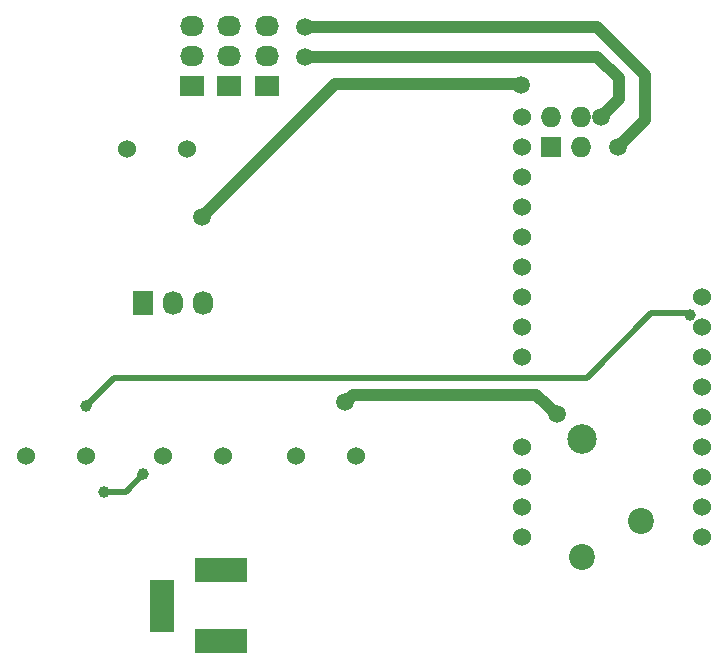
<source format=gbr>
G04 #@! TF.FileFunction,Copper,L1,Top,Signal*
%FSLAX46Y46*%
G04 Gerber Fmt 4.6, Leading zero omitted, Abs format (unit mm)*
G04 Created by KiCad (PCBNEW (after 2015-may-01 BZR unknown)-product) date 2015/07/02 23:44:59*
%MOMM*%
G01*
G04 APERTURE LIST*
%ADD10C,0.100000*%
%ADD11C,1.524000*%
%ADD12R,1.727200X1.727200*%
%ADD13O,1.727200X1.727200*%
%ADD14R,2.000000X4.500000*%
%ADD15R,4.500000X2.000000*%
%ADD16R,1.727200X2.032000*%
%ADD17O,1.727200X2.032000*%
%ADD18C,2.200000*%
%ADD19C,2.500000*%
%ADD20R,2.032000X1.727200*%
%ADD21O,2.032000X1.727200*%
%ADD22C,1.000000*%
%ADD23C,1.500000*%
%ADD24C,0.500000*%
%ADD25C,1.000000*%
G04 APERTURE END LIST*
D10*
D11*
X140881100Y-89763600D03*
X140881100Y-92303600D03*
X140881100Y-94843600D03*
X140881100Y-97383600D03*
X140881100Y-99923600D03*
X140881100Y-102463600D03*
X140881100Y-125323600D03*
X140881100Y-122783600D03*
X140881100Y-120243600D03*
X140881100Y-117703600D03*
X140881100Y-110083600D03*
X140881100Y-107543600D03*
X140881100Y-105003600D03*
X156121100Y-105003600D03*
X156121100Y-107543600D03*
X156121100Y-110083600D03*
X156121100Y-112623600D03*
X156121100Y-115163600D03*
X156121100Y-117703600D03*
X156121100Y-120243600D03*
X156121100Y-122783600D03*
X156121100Y-125323600D03*
D12*
X143319500Y-92329000D03*
D13*
X143319500Y-89789000D03*
X145859500Y-92329000D03*
X145859500Y-89789000D03*
D14*
X110419740Y-131154320D03*
D15*
X115394740Y-134179320D03*
X115394740Y-128179320D03*
D16*
X108770420Y-105521760D03*
D17*
X111310420Y-105521760D03*
X113850420Y-105521760D03*
D18*
X151001100Y-124014100D03*
X146001100Y-127014100D03*
D19*
X146001100Y-117014100D03*
D20*
X119316500Y-87198200D03*
D21*
X119316500Y-84658200D03*
X119316500Y-82118200D03*
D20*
X116116100Y-87185500D03*
D21*
X116116100Y-84645500D03*
X116116100Y-82105500D03*
D20*
X112928400Y-87198200D03*
D21*
X112928400Y-84658200D03*
X112928400Y-82118200D03*
D11*
X98933000Y-118478300D03*
X104013000Y-118478300D03*
X110477300Y-118478300D03*
X115557300Y-118478300D03*
X121805700Y-118491000D03*
X126885700Y-118491000D03*
X107480100Y-92494100D03*
X112560100Y-92494100D03*
D22*
X108839000Y-120015000D03*
X105473500Y-121551700D03*
D23*
X143840200Y-114947700D03*
X125920500Y-113957100D03*
X113766600Y-98298000D03*
X140855700Y-87109300D03*
X122529600Y-82143600D03*
X149047200Y-92367100D03*
X122491500Y-84721700D03*
X147561300Y-89789000D03*
D22*
X155130500Y-106514900D03*
X103987600Y-114223800D03*
D24*
X108839000Y-120015000D02*
X107365800Y-121551700D01*
X105473500Y-121551700D02*
X107365800Y-121551700D01*
D25*
X126568200Y-113309400D02*
X125920500Y-113957100D01*
X142125700Y-113309400D02*
X126568200Y-113309400D01*
X143840200Y-114947700D02*
X142125700Y-113309400D01*
D24*
X145859500Y-116872500D02*
X146001100Y-117014100D01*
D25*
X140995400Y-87007700D02*
X125056900Y-87007700D01*
X113766600Y-98298000D02*
X125056900Y-87007700D01*
X140970000Y-87007700D02*
X140995400Y-87007700D01*
X140944600Y-87020400D02*
X140906500Y-87007700D01*
X140855700Y-87109300D02*
X140944600Y-87020400D01*
X122529600Y-82143600D02*
X147218400Y-82143600D01*
X147218400Y-82143600D02*
X151345900Y-86271100D01*
X151345900Y-86271100D02*
X151345900Y-90068400D01*
X151345900Y-90068400D02*
X149047200Y-92367100D01*
X122491500Y-84721700D02*
X122516900Y-84696300D01*
X122516900Y-84696300D02*
X147281900Y-84696300D01*
X147281900Y-84696300D02*
X149110700Y-86525100D01*
X149110700Y-86525100D02*
X149110700Y-88239600D01*
X149110700Y-88239600D02*
X147561300Y-89789000D01*
D24*
X155130500Y-106514900D02*
X155003500Y-106387900D01*
X155003500Y-106387900D02*
X151841200Y-106387900D01*
X151841200Y-106387900D02*
X146367500Y-111861600D01*
X106349800Y-111861600D02*
X103987600Y-114223800D01*
X146367500Y-111861600D02*
X106349800Y-111861600D01*
M02*

</source>
